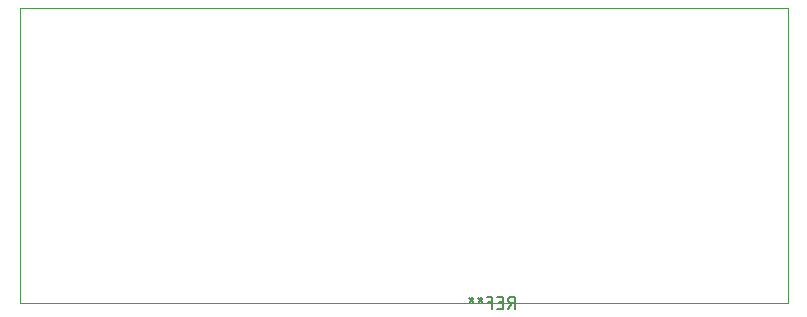
<source format=gbr>
%TF.GenerationSoftware,KiCad,Pcbnew,5.1.6-c6e7f7d~87~ubuntu18.04.1*%
%TF.CreationDate,2020-08-28T14:58:37-05:00*%
%TF.ProjectId,test_pcb,74657374-5f70-4636-922e-6b696361645f,rev?*%
%TF.SameCoordinates,Original*%
%TF.FileFunction,Legend,Bot*%
%TF.FilePolarity,Positive*%
%FSLAX46Y46*%
G04 Gerber Fmt 4.6, Leading zero omitted, Abs format (unit mm)*
G04 Created by KiCad (PCBNEW 5.1.6-c6e7f7d~87~ubuntu18.04.1) date 2020-08-28 14:58:37*
%MOMM*%
%LPD*%
G01*
G04 APERTURE LIST*
%ADD10C,0.120000*%
%ADD11C,0.150000*%
G04 APERTURE END LIST*
D10*
%TO.C,REF\u002A\u002A*%
X172520000Y-180140000D02*
X107520000Y-180140000D01*
X172520000Y-155140000D02*
X172520000Y-180140000D01*
X107520000Y-155140000D02*
X172520000Y-155140000D01*
X107520000Y-180140000D02*
X107520000Y-155140000D01*
D11*
X148853333Y-180592380D02*
X149186666Y-180116190D01*
X149424761Y-180592380D02*
X149424761Y-179592380D01*
X149043809Y-179592380D01*
X148948571Y-179640000D01*
X148900952Y-179687619D01*
X148853333Y-179782857D01*
X148853333Y-179925714D01*
X148900952Y-180020952D01*
X148948571Y-180068571D01*
X149043809Y-180116190D01*
X149424761Y-180116190D01*
X148424761Y-180068571D02*
X148091428Y-180068571D01*
X147948571Y-180592380D02*
X148424761Y-180592380D01*
X148424761Y-179592380D01*
X147948571Y-179592380D01*
X147186666Y-180068571D02*
X147520000Y-180068571D01*
X147520000Y-180592380D02*
X147520000Y-179592380D01*
X147043809Y-179592380D01*
X146520000Y-179592380D02*
X146520000Y-179830476D01*
X146758095Y-179735238D02*
X146520000Y-179830476D01*
X146281904Y-179735238D01*
X146662857Y-180020952D02*
X146520000Y-179830476D01*
X146377142Y-180020952D01*
X145758095Y-179592380D02*
X145758095Y-179830476D01*
X145996190Y-179735238D02*
X145758095Y-179830476D01*
X145520000Y-179735238D01*
X145900952Y-180020952D02*
X145758095Y-179830476D01*
X145615238Y-180020952D01*
%TD*%
M02*

</source>
